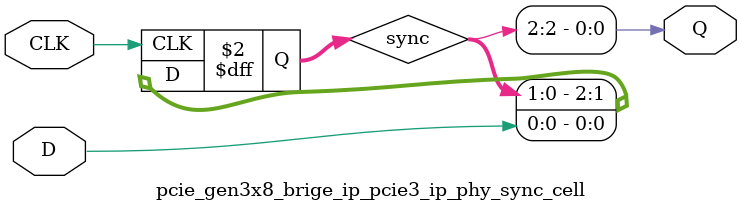
<source format=v>





`timescale 1ps / 1ps



//-------------------------------------------------------------------------------------------------
//  Synchronizer Library Module
//-------------------------------------------------------------------------------------------------
module pcie_gen3x8_brige_ip_pcie3_ip_phy_sync_cell #
(
    parameter integer STAGE = 2
)
(
    //-------------------------------------------------------------------------- 
    //  Input Ports
    //-------------------------------------------------------------------------- 
    input                               CLK,
    input                               D,
    
    //-------------------------------------------------------------------------- 
    //  Output Ports
    //-------------------------------------------------------------------------- 
    output                              Q
);

    //-------------------------------------------------------------------------- 
    //  Synchronized Signals
    //--------------------------------------------------------------------------  
    (* ASYNC_REG = "TRUE", SHIFT_EXTRACT = "NO" *) reg [STAGE:0] sync;                                                            



//--------------------------------------------------------------------------------------------------
//  Synchronizier
//--------------------------------------------------------------------------------------------------
always @ (posedge CLK)
begin

    sync <= {sync[(STAGE-1):0], D};
            
end   



//--------------------------------------------------------------------------------------------------
//  Generate Output
//--------------------------------------------------------------------------------------------------
assign Q = sync[STAGE];


endmodule


</source>
